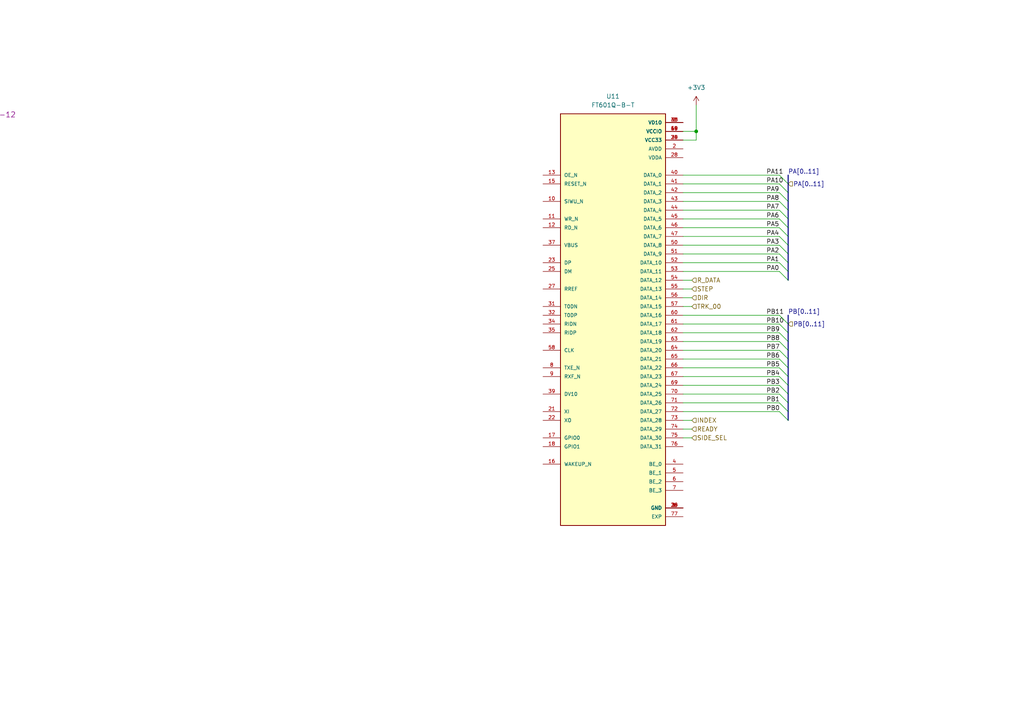
<source format=kicad_sch>
(kicad_sch (version 20211123) (generator eeschema)
  (paper "A4")
  (lib_symbols
    (symbol "Greaseweazle:FT601Q-B-T" (pin_names (offset 1.016))
      (property "Reference" "U" (at -15.24 60.9854 0))
      (property "Value" "FT601Q-B-T" (at -15.2654 -61.0362 0))
      (symbol "FT601Q-B-T_0_0"
        (rectangle (start -15.24 -58.42) (end 15.24 60.96) (stroke (width 0.254)) (fill (type background)))
        (pin power_in line (at 20.32 -53.34 180) (length 5.08) (name "GND") (number "1"))
        (pin input line (at -20.32 35.56 0) (length 5.08) (name "SIWU_N") (number "10"))
        (pin input line (at -20.32 30.48 0) (length 5.08) (name "WR_N") (number "11"))
        (pin input line (at -20.32 27.94 0) (length 5.08) (name "RD_N") (number "12"))
        (pin input line (at -20.32 43.18 0) (length 5.08) (name "OE_N") (number "13"))
        (pin power_in line (at 20.32 55.88 180) (length 5.08) (name "VCCIO") (number "14"))
        (pin input line (at -20.32 40.64 0) (length 5.08) (name "RESET_N") (number "15"))
        (pin bidirectional line (at -20.32 -40.64 0) (length 5.08) (name "WAKEUP_N") (number "16"))
        (pin bidirectional line (at -20.32 -33.02 0) (length 5.08) (name "GPIO0") (number "17"))
        (pin bidirectional line (at -20.32 -35.56 0) (length 5.08) (name "GPIO1") (number "18"))
        (pin power_in line (at 20.32 50.8 180) (length 5.08) (name "AVDD") (number "2"))
        (pin power_in line (at 20.32 53.34 180) (length 5.08) (name "VCC33") (number "20"))
        (pin input line (at -20.32 -25.4 0) (length 5.08) (name "XI") (number "21"))
        (pin output line (at -20.32 -27.94 0) (length 5.08) (name "XO") (number "22"))
        (pin bidirectional line (at -20.32 17.78 0) (length 5.08) (name "DP") (number "23"))
        (pin power_in line (at 20.32 53.34 180) (length 5.08) (name "VCC33") (number "24"))
        (pin bidirectional line (at -20.32 15.24 0) (length 5.08) (name "DM") (number "25"))
        (pin power_in line (at 20.32 -53.34 180) (length 5.08) (name "GND") (number "26"))
        (pin input line (at -20.32 10.16 0) (length 5.08) (name "RREF") (number "27"))
        (pin power_in line (at 20.32 48.26 180) (length 5.08) (name "VDDA") (number "28"))
        (pin power_in line (at 20.32 -53.34 180) (length 5.08) (name "GND") (number "29"))
        (pin power_in line (at 20.32 58.42 180) (length 5.08) (name "VD10") (number "3"))
        (pin power_in line (at 20.32 58.42 180) (length 5.08) (name "VD10") (number "30"))
        (pin output line (at -20.32 5.08 0) (length 5.08) (name "T0DN") (number "31"))
        (pin output line (at -20.32 2.54 0) (length 5.08) (name "T0DP") (number "32"))
        (pin power_in line (at 20.32 58.42 180) (length 5.08) (name "VD10") (number "33"))
        (pin input line (at -20.32 0 0) (length 5.08) (name "RIDN") (number "34"))
        (pin input line (at -20.32 -2.54 0) (length 5.08) (name "RIDP") (number "35"))
        (pin power_in line (at 20.32 -53.34 180) (length 5.08) (name "GND") (number "36"))
        (pin input line (at -20.32 22.86 0) (length 5.08) (name "VBUS") (number "37"))
        (pin power_in line (at 20.32 53.34 180) (length 5.08) (name "VCC33") (number "38"))
        (pin output line (at -20.32 -20.32 0) (length 5.08) (name "DV10") (number "39"))
        (pin bidirectional line (at 20.32 -40.64 180) (length 5.08) (name "BE_0") (number "4"))
        (pin bidirectional line (at 20.32 43.18 180) (length 5.08) (name "DATA_0") (number "40"))
        (pin bidirectional line (at 20.32 40.64 180) (length 5.08) (name "DATA_1") (number "41"))
        (pin bidirectional line (at 20.32 38.1 180) (length 5.08) (name "DATA_2") (number "42"))
        (pin bidirectional line (at 20.32 35.56 180) (length 5.08) (name "DATA_3") (number "43"))
        (pin bidirectional line (at 20.32 33.02 180) (length 5.08) (name "DATA_4") (number "44"))
        (pin bidirectional line (at 20.32 30.48 180) (length 5.08) (name "DATA_5") (number "45"))
        (pin bidirectional line (at 20.32 27.94 180) (length 5.08) (name "DATA_6") (number "46"))
        (pin bidirectional line (at 20.32 25.4 180) (length 5.08) (name "DATA_7") (number "47"))
        (pin power_in line (at 20.32 58.42 180) (length 5.08) (name "VD10") (number "48"))
        (pin power_in line (at 20.32 55.88 180) (length 5.08) (name "VCCIO") (number "49"))
        (pin bidirectional line (at 20.32 -43.18 180) (length 5.08) (name "BE_1") (number "5"))
        (pin bidirectional line (at 20.32 22.86 180) (length 5.08) (name "DATA_8") (number "50"))
        (pin bidirectional line (at 20.32 20.32 180) (length 5.08) (name "DATA_9") (number "51"))
        (pin bidirectional line (at 20.32 17.78 180) (length 5.08) (name "DATA_10") (number "52"))
        (pin bidirectional line (at 20.32 15.24 180) (length 5.08) (name "DATA_11") (number "53"))
        (pin bidirectional line (at 20.32 12.7 180) (length 5.08) (name "DATA_12") (number "54"))
        (pin bidirectional line (at 20.32 10.16 180) (length 5.08) (name "DATA_13") (number "55"))
        (pin bidirectional line (at 20.32 7.62 180) (length 5.08) (name "DATA_14") (number "56"))
        (pin bidirectional line (at 20.32 5.08 180) (length 5.08) (name "DATA_15") (number "57"))
        (pin output line (at -20.32 -7.62 0) (length 5.08) (name "CLK") (number "58"))
        (pin power_in line (at 20.32 55.88 180) (length 5.08) (name "VCCIO") (number "59"))
        (pin bidirectional line (at 20.32 -45.72 180) (length 5.08) (name "BE_2") (number "6"))
        (pin bidirectional line (at 20.32 2.54 180) (length 5.08) (name "DATA_16") (number "60"))
        (pin bidirectional line (at 20.32 0 180) (length 5.08) (name "DATA_17") (number "61"))
        (pin bidirectional line (at 20.32 -2.54 180) (length 5.08) (name "DATA_18") (number "62"))
        (pin bidirectional line (at 20.32 -5.08 180) (length 5.08) (name "DATA_19") (number "63"))
        (pin bidirectional line (at 20.32 -7.62 180) (length 5.08) (name "DATA_20") (number "64"))
        (pin bidirectional line (at 20.32 -10.16 180) (length 5.08) (name "DATA_21") (number "65"))
        (pin bidirectional line (at 20.32 -12.7 180) (length 5.08) (name "DATA_22") (number "66"))
        (pin bidirectional line (at 20.32 -15.24 180) (length 5.08) (name "DATA_23") (number "67"))
        (pin power_in line (at 20.32 55.88 180) (length 5.08) (name "VCCIO") (number "68"))
        (pin bidirectional line (at 20.32 -17.78 180) (length 5.08) (name "DATA_24") (number "69"))
        (pin bidirectional line (at 20.32 -48.26 180) (length 5.08) (name "BE_3") (number "7"))
        (pin bidirectional line (at 20.32 -20.32 180) (length 5.08) (name "DATA_25") (number "70"))
        (pin bidirectional line (at 20.32 -22.86 180) (length 5.08) (name "DATA_26") (number "71"))
        (pin bidirectional line (at 20.32 -25.4 180) (length 5.08) (name "DATA_27") (number "72"))
        (pin bidirectional line (at 20.32 -27.94 180) (length 5.08) (name "DATA_28") (number "73"))
        (pin bidirectional line (at 20.32 -30.48 180) (length 5.08) (name "DATA_29") (number "74"))
        (pin bidirectional line (at 20.32 -33.02 180) (length 5.08) (name "DATA_30") (number "75"))
        (pin bidirectional line (at 20.32 -35.56 180) (length 5.08) (name "DATA_31") (number "76"))
        (pin power_in line (at 20.32 -55.88 180) (length 5.08) (name "EXP") (number "77"))
        (pin output line (at -20.32 -12.7 0) (length 5.08) (name "TXE_N") (number "8"))
        (pin output line (at -20.32 -15.24 0) (length 5.08) (name "RXF_N") (number "9"))
      )
    )
    (symbol "Greaseweazle:HRO-TYPE-C-31-M-12" (pin_names (offset 1.016))
      (property "Reference" "USB" (at -5.08 16.51 0))
      (property "Value" "HRO-TYPE-C-31-M-12" (at -10.16 -1.27 90))
      (symbol "HRO-TYPE-C-31-M-12_0_1"
        (rectangle (start -11.43 15.24) (end -8.89 -17.78) (fill (type background)))
        (rectangle (start 0 -17.78) (end -8.89 15.24) (fill (type background)))
      )
      (symbol "HRO-TYPE-C-31-M-12_1_1"
        (pin input line (at 2.54 13.97 180) (length 2.54) (name "GND") (number "1"))
        (pin input line (at 2.54 -8.89 180) (length 2.54) (name "CC2") (number "10"))
        (pin input line (at 2.54 -11.43 180) (length 2.54) (name "VBUS") (number "11"))
        (pin input line (at 2.54 -13.97 180) (length 2.54) (name "GND") (number "12"))
        (pin input line (at 2.54 -16.51 180) (length 2.54) (name "SHIELD") (number "13"))
        (pin input line (at 2.54 11.43 180) (length 2.54) (name "VBUS") (number "2"))
        (pin input line (at 2.54 8.89 180) (length 2.54) (name "SBU2") (number "3"))
        (pin input line (at 2.54 6.35 180) (length 2.54) (name "CC1") (number "4"))
        (pin input line (at 2.54 3.81 180) (length 2.54) (name "DN2") (number "5"))
        (pin input line (at 2.54 1.27 180) (length 2.54) (name "DP1") (number "6"))
        (pin input line (at 2.54 -1.27 180) (length 2.54) (name "DN1") (number "7"))
        (pin input line (at 2.54 -3.81 180) (length 2.54) (name "DP2") (number "8"))
        (pin input line (at 2.54 -6.35 180) (length 2.54) (name "SBU1") (number "9"))
      )
    )
    (symbol "power:+3V3" (power) (pin_names (offset 0))
      (property "Value" "+3V3" (at 0 3.556 0))
      (symbol "+3V3_0_1"
        (polyline (pts (xy -0.762 1.27) (xy 0 2.54)))
        (polyline (pts (xy 0 0) (xy 0 2.54)))
        (polyline (pts (xy 0 2.54) (xy 0.762 1.27)))
      )
      (symbol "+3V3_1_1"
        (pin power_in line (at 0 0 90) (length 0) hide (name "+3V3") (number "1"))
      )
    )
  )
  (junction (at 201.93 38.1))
  (bus_entry (at 226.06 60.96) (size 2.54 2.54))
  (bus_entry (at 226.06 76.2) (size 2.54 2.54))
  (bus_entry (at 226.06 104.14) (size 2.54 2.54))
  (bus_entry (at 226.06 96.52) (size 2.54 2.54))
  (bus_entry (at 226.06 71.12) (size 2.54 2.54))
  (bus_entry (at 226.06 66.04) (size 2.54 2.54))
  (bus_entry (at 226.06 68.58) (size 2.54 2.54))
  (bus_entry (at 226.06 116.84) (size 2.54 2.54))
  (bus_entry (at 226.06 78.74) (size 2.54 2.54))
  (bus_entry (at 226.06 73.66) (size 2.54 2.54))
  (bus_entry (at 226.06 109.22) (size 2.54 2.54))
  (bus_entry (at 226.06 111.76) (size 2.54 2.54))
  (bus_entry (at 226.06 93.98) (size 2.54 2.54))
  (bus_entry (at 226.06 55.88) (size 2.54 2.54))
  (bus_entry (at 226.06 99.06) (size 2.54 2.54))
  (bus_entry (at 226.06 101.6) (size 2.54 2.54))
  (bus_entry (at 226.06 119.38) (size 2.54 2.54))
  (bus_entry (at 226.06 106.68) (size 2.54 2.54))
  (bus_entry (at 226.06 50.8) (size 2.54 2.54))
  (bus_entry (at 226.06 91.44) (size 2.54 2.54))
  (bus_entry (at 226.06 114.3) (size 2.54 2.54))
  (bus_entry (at 226.06 53.34) (size 2.54 2.54))
  (bus_entry (at 226.06 58.42) (size 2.54 2.54))
  (bus_entry (at 226.06 63.5) (size 2.54 2.54))
  (bus (pts (xy 228.6 53.34) (xy 228.6 55.88)))
  (wire (pts (xy 198.12 78.74) (xy 226.06 78.74)))
  (wire (pts (xy 198.12 83.82) (xy 200.66 83.82)))
  (wire (pts (xy 198.12 93.98) (xy 226.06 93.98)))
  (bus (pts (xy 228.6 50.8) (xy 228.6 53.34)))
  (bus (pts (xy 228.6 71.12) (xy 228.6 73.66)))
  (bus (pts (xy 228.6 60.96) (xy 228.6 63.5)))
  (wire (pts (xy 201.93 40.64) (xy 201.93 38.1)))
  (bus (pts (xy 228.6 106.68) (xy 228.6 109.22)))
  (wire (pts (xy 198.12 71.12) (xy 226.06 71.12)))
  (bus (pts (xy 228.6 68.58) (xy 228.6 71.12)))
  (wire (pts (xy 198.12 55.88) (xy 226.06 55.88)))
  (bus (pts (xy 228.6 63.5) (xy 228.6 66.04)))
  (bus (pts (xy 228.6 93.98) (xy 228.6 96.52)))
  (wire (pts (xy 198.12 86.36) (xy 200.66 86.36)))
  (wire (pts (xy 198.12 109.22) (xy 226.06 109.22)))
  (wire (pts (xy 198.12 101.6) (xy 226.06 101.6)))
  (wire (pts (xy 198.12 124.46) (xy 200.66 124.46)))
  (wire (pts (xy 198.12 50.8) (xy 226.06 50.8)))
  (wire (pts (xy 198.12 68.58) (xy 226.06 68.58)))
  (bus (pts (xy 228.6 73.66) (xy 228.6 76.2)))
  (bus (pts (xy 228.6 66.04) (xy 228.6 68.58)))
  (wire (pts (xy 198.12 81.28) (xy 200.66 81.28)))
  (bus (pts (xy 228.6 91.44) (xy 228.6 93.98)))
  (bus (pts (xy 228.6 111.76) (xy 228.6 114.3)))
  (bus (pts (xy 228.6 114.3) (xy 228.6 116.84)))
  (bus (pts (xy 228.6 78.74) (xy 228.6 81.28)))
  (wire (pts (xy 198.12 121.92) (xy 200.66 121.92)))
  (bus (pts (xy 228.6 119.38) (xy 228.6 121.92)))
  (wire (pts (xy 198.12 73.66) (xy 226.06 73.66)))
  (wire (pts (xy 198.12 111.76) (xy 226.06 111.76)))
  (wire (pts (xy 198.12 88.9) (xy 200.66 88.9)))
  (wire (pts (xy 198.12 91.44) (xy 226.06 91.44)))
  (bus (pts (xy 228.6 76.2) (xy 228.6 78.74)))
  (wire (pts (xy 198.12 106.68) (xy 226.06 106.68)))
  (wire (pts (xy 198.12 114.3) (xy 226.06 114.3)))
  (bus (pts (xy 228.6 58.42) (xy 228.6 60.96)))
  (wire (pts (xy 198.12 119.38) (xy 226.06 119.38)))
  (bus (pts (xy 228.6 104.14) (xy 228.6 106.68)))
  (bus (pts (xy 228.6 101.6) (xy 228.6 104.14)))
  (wire (pts (xy 198.12 63.5) (xy 226.06 63.5)))
  (bus (pts (xy 228.6 109.22) (xy 228.6 111.76)))
  (bus (pts (xy 228.6 55.88) (xy 228.6 58.42)))
  (wire (pts (xy 198.12 76.2) (xy 226.06 76.2)))
  (wire (pts (xy 198.12 40.64) (xy 201.93 40.64)))
  (wire (pts (xy 198.12 66.04) (xy 226.06 66.04)))
  (bus (pts (xy 228.6 116.84) (xy 228.6 119.38)))
  (wire (pts (xy 198.12 60.96) (xy 226.06 60.96)))
  (wire (pts (xy 198.12 53.34) (xy 226.06 53.34)))
  (wire (pts (xy 198.12 104.14) (xy 226.06 104.14)))
  (bus (pts (xy 228.6 96.52) (xy 228.6 99.06)))
  (wire (pts (xy 198.12 127) (xy 200.66 127)))
  (wire (pts (xy 198.12 96.52) (xy 226.06 96.52)))
  (wire (pts (xy 198.12 58.42) (xy 226.06 58.42)))
  (wire (pts (xy 198.12 116.84) (xy 226.06 116.84)))
  (bus (pts (xy 228.6 99.06) (xy 228.6 101.6)))
  (wire (pts (xy 198.12 38.1) (xy 201.93 38.1)))
  (wire (pts (xy 201.93 30.48) (xy 201.93 38.1)))
  (wire (pts (xy 198.12 99.06) (xy 226.06 99.06)))
  (label "PB1" (at 222.25 116.84 0))
  (label "PA8" (at 222.25 58.42 0))
  (label "PB2" (at 222.25 114.3 0))
  (label "PB11" (at 222.25 91.44 0))
  (label "PA5" (at 222.25 66.04 0))
  (label "PB5" (at 222.25 106.68 0))
  (label "PA3" (at 222.25 71.12 0))
  (label "PB9" (at 222.25 96.52 0))
  (label "PA9" (at 222.25 55.88 0))
  (label "PA0" (at 222.25 78.74 0))
  (label "PA1" (at 222.25 76.2 0))
  (label "PA4" (at 222.25 68.58 0))
  (label "PB0" (at 222.25 119.38 0))
  (label "PA11" (at 222.25 50.8 0))
  (label "PA2" (at 222.25 73.66 0))
  (label "PB8" (at 222.25 99.06 0))
  (label "PB[0..11]" (at 228.6 91.44 0))
  (label "PB10" (at 222.25 93.98 0))
  (label "PB6" (at 222.25 104.14 0))
  (label "PB3" (at 222.25 111.76 0))
  (label "PA[0..11]" (at 228.6 50.8 0))
  (label "PA10" (at 222.25 53.34 0))
  (label "PA6" (at 222.25 63.5 0))
  (label "PB4" (at 222.25 109.22 0))
  (label "PB7" (at 222.25 101.6 0))
  (label "PA7" (at 222.25 60.96 0))
  (hierarchical_label "PA[0..11]" (shape input) (at 228.6 53.34 0))
  (hierarchical_label "DIR" (shape input) (at 200.66 86.36 0))
  (hierarchical_label "STEP" (shape input) (at 200.66 83.82 0))
  (hierarchical_label "PB[0..11]" (shape input) (at 228.6 93.98 0))
  (hierarchical_label "SIDE_SEL" (shape input) (at 200.66 127 0))
  (hierarchical_label "R_DATA" (shape input) (at 200.66 81.28 0))
  (hierarchical_label "TRK_00" (shape input) (at 200.66 88.9 0))
  (hierarchical_label "READY" (shape input) (at 200.66 124.46 0))
  (hierarchical_label "INDEX" (shape input) (at 200.66 121.92 0))
  (symbol (lib_id "power:+3V3") (at 201.93 30.48 0) (unit 1)
    (property "Reference" "#PWR0217" (effects hide))
    (property "Value" "+3V3" (at 201.93 25.4 0))
  )
  (symbol (lib_id "Greaseweazle:FT601Q-B-T") (at 177.8 93.98 0) (unit 1)
    (property "Reference" "U11" (at 177.8 27.94 0))
    (property "Value" "FT601Q-B-T" (at 177.8 30.48 0))
    (property "Footprint" "Package_DFN_QFN:QFN-76-1EP_9x9mm_P0.4mm_EP3.8x3.8mm" (effects hide))
  )
  (symbol (lib_id "Greaseweazle:HRO-TYPE-C-31-M-12") (at -17.78 58.42 0) (unit 1)
    (property "Reference" "USB3" (at -17.78 27.8638 0) (effects (font (size 1.524 1.524))))
    (property "Value" "HRO-TYPE-C-31-M-12" (at -17.78 30.5562 0) (effects (font (size 1.524 1.524))))
    (property "Footprint" "Greaseweazle:HRO-TYPE-C-31-M-12" (at -17.78 33.2486 0) (effects (font (size 1.524 1.524))))
    (property "Datasheet" "https://datasheet.lcsc.com/szlcsc/1811131825_Korean-Hroparts-Elec-TYPE-C-31-M-12_C165948.pdf" (effects hide))
    (property "LCSC" "C165948" (effects hide))
  )
)
</source>
